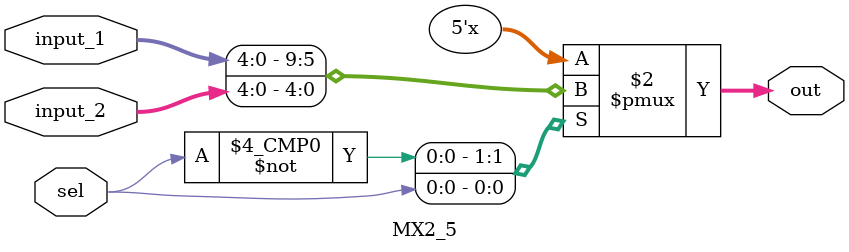
<source format=v>
module MX2_5(sel, input_1, input_2, out);

	// control input
	input sel;

	// signal inputs
	input [4:0] input_1;
	input [4:0] input_2;

	// signal output
	output reg [4:0] out;

	always @(sel, input_1, input_2) begin
		case(sel)
			0: out <= input_1;
			1: out <= input_2;
		endcase
	end
endmodule
</source>
